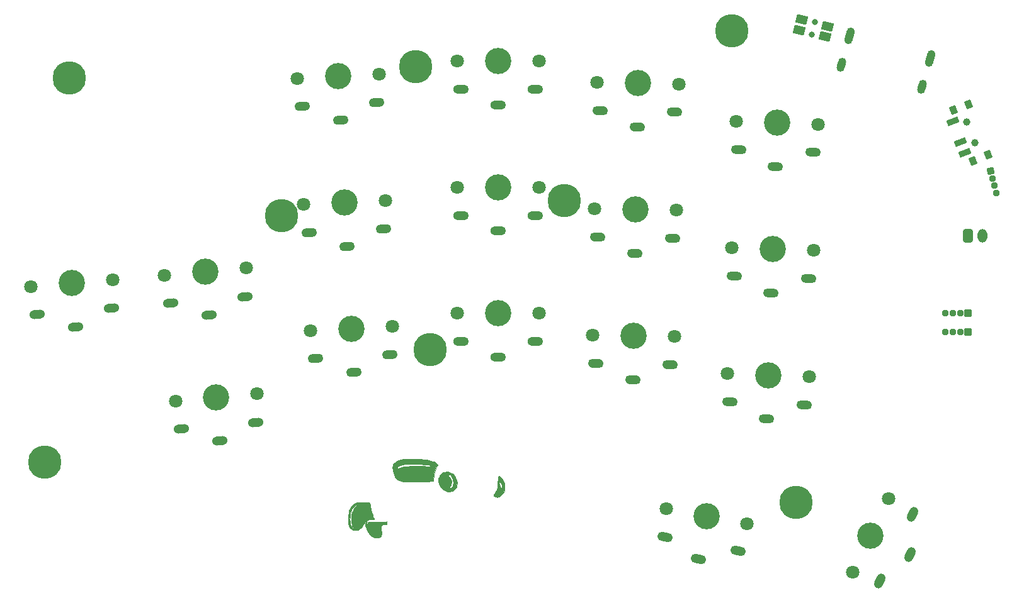
<source format=gbs>
%TF.GenerationSoftware,KiCad,Pcbnew,6.0.2-378541a8eb~116~ubuntu20.04.1*%
%TF.CreationDate,2022-03-20T18:22:37+01:00*%
%TF.ProjectId,Wubbo,57756262-6f2e-46b6-9963-61645f706362,v0.1*%
%TF.SameCoordinates,Original*%
%TF.FileFunction,Soldermask,Bot*%
%TF.FilePolarity,Negative*%
%FSLAX46Y46*%
G04 Gerber Fmt 4.6, Leading zero omitted, Abs format (unit mm)*
G04 Created by KiCad (PCBNEW 6.0.2-378541a8eb~116~ubuntu20.04.1) date 2022-03-20 18:22:37*
%MOMM*%
%LPD*%
G01*
G04 APERTURE LIST*
G04 Aperture macros list*
%AMRoundRect*
0 Rectangle with rounded corners*
0 $1 Rounding radius*
0 $2 $3 $4 $5 $6 $7 $8 $9 X,Y pos of 4 corners*
0 Add a 4 corners polygon primitive as box body*
4,1,4,$2,$3,$4,$5,$6,$7,$8,$9,$2,$3,0*
0 Add four circle primitives for the rounded corners*
1,1,$1+$1,$2,$3*
1,1,$1+$1,$4,$5*
1,1,$1+$1,$6,$7*
1,1,$1+$1,$8,$9*
0 Add four rect primitives between the rounded corners*
20,1,$1+$1,$2,$3,$4,$5,0*
20,1,$1+$1,$4,$5,$6,$7,0*
20,1,$1+$1,$6,$7,$8,$9,0*
20,1,$1+$1,$8,$9,$2,$3,0*%
%AMHorizOval*
0 Thick line with rounded ends*
0 $1 width*
0 $2 $3 position (X,Y) of the first rounded end (center of the circle)*
0 $4 $5 position (X,Y) of the second rounded end (center of the circle)*
0 Add line between two ends*
20,1,$1,$2,$3,$4,$5,0*
0 Add two circle primitives to create the rounded ends*
1,1,$1,$2,$3*
1,1,$1,$4,$5*%
G04 Aperture macros list end*
%ADD10C,0.010000*%
%ADD11C,1.801800*%
%ADD12C,3.529000*%
%ADD13HorizOval,1.200000X-0.449383X-0.023551X0.449383X0.023551X0*%
%ADD14O,2.100000X1.200000*%
%ADD15RoundRect,0.050000X-0.425000X0.425000X-0.425000X-0.425000X0.425000X-0.425000X0.425000X0.425000X0*%
%ADD16O,0.950000X0.950000*%
%ADD17HorizOval,1.200000X-0.197267X-0.404457X0.197267X0.404457X0*%
%ADD18C,0.800000*%
%ADD19HorizOval,1.200000X-0.449931X0.007854X0.449931X-0.007854X0*%
%ADD20C,4.500000*%
%ADD21HorizOval,1.200000X-0.448288X-0.039220X0.448288X0.039220X0*%
%ADD22C,1.000000*%
%ADD23HorizOval,1.200000X-0.449726X0.015705X0.449726X-0.015705X0*%
%ADD24HorizOval,1.100000X-0.160343X-0.578178X0.160343X0.578178X0*%
%ADD25HorizOval,1.100000X-0.106895X-0.385452X0.106895X0.385452X0*%
%ADD26RoundRect,0.050000X-0.300520X-0.520517X0.520517X-0.300520X0.300520X0.520517X-0.520517X0.300520X0*%
%ADD27HorizOval,0.950000X0.000000X0.000000X0.000000X0.000000X0*%
%ADD28HorizOval,1.200000X-0.441732X0.085864X0.441732X-0.085864X0*%
%ADD29RoundRect,0.050000X-0.806216X-0.340060X0.552198X-0.678751X0.806216X0.340060X-0.552198X0.678751X0*%
%ADD30RoundRect,0.300000X-0.350000X-0.625000X0.350000X-0.625000X0.350000X0.625000X-0.350000X0.625000X0*%
%ADD31O,1.300000X1.850000*%
%ADD32RoundRect,0.050000X-0.552616X0.323443X-0.194248X-0.610137X0.552616X-0.323443X0.194248X0.610137X0*%
%ADD33RoundRect,0.050000X-0.825614X0.057977X-0.574757X-0.595529X0.825614X-0.057977X0.574757X0.595529X0*%
G04 APERTURE END LIST*
D10*
%TO.C,Ref\u002A\u002A*%
X49222645Y-8484570D02*
X49256509Y-8492613D01*
X49256509Y-8492613D02*
X49435609Y-8559346D01*
X49435609Y-8559346D02*
X49612720Y-8663898D01*
X49612720Y-8663898D02*
X49781795Y-8801950D01*
X49781795Y-8801950D02*
X49936790Y-8969181D01*
X49936790Y-8969181D02*
X49954268Y-8991149D01*
X49954268Y-8991149D02*
X50090619Y-9192616D01*
X50090619Y-9192616D02*
X50193486Y-9402611D01*
X50193486Y-9402611D02*
X50263364Y-9617135D01*
X50263364Y-9617135D02*
X50300746Y-9832189D01*
X50300746Y-9832189D02*
X50306128Y-10043774D01*
X50306128Y-10043774D02*
X50280004Y-10247893D01*
X50280004Y-10247893D02*
X50222870Y-10440545D01*
X50222870Y-10440545D02*
X50135219Y-10617733D01*
X50135219Y-10617733D02*
X50017546Y-10775457D01*
X50017546Y-10775457D02*
X49870345Y-10909719D01*
X49870345Y-10909719D02*
X49704358Y-11011523D01*
X49704358Y-11011523D02*
X49632311Y-11045680D01*
X49632311Y-11045680D02*
X49573057Y-11068166D01*
X49573057Y-11068166D02*
X49513368Y-11081848D01*
X49513368Y-11081848D02*
X49440018Y-11089593D01*
X49440018Y-11089593D02*
X49339779Y-11094268D01*
X49339779Y-11094268D02*
X49319416Y-11094953D01*
X49319416Y-11094953D02*
X49217709Y-11097239D01*
X49217709Y-11097239D02*
X49125637Y-11097422D01*
X49125637Y-11097422D02*
X49055184Y-11095579D01*
X49055184Y-11095579D02*
X49024416Y-11093020D01*
X49024416Y-11093020D02*
X48889787Y-11068663D01*
X48889787Y-11068663D02*
X48781506Y-11037860D01*
X48781506Y-11037860D02*
X48683599Y-10995072D01*
X48683599Y-10995072D02*
X48594992Y-10944141D01*
X48594992Y-10944141D02*
X48386976Y-10793748D01*
X48386976Y-10793748D02*
X48207969Y-10621978D01*
X48207969Y-10621978D02*
X48059361Y-10432732D01*
X48059361Y-10432732D02*
X47942540Y-10229912D01*
X47942540Y-10229912D02*
X47858897Y-10017420D01*
X47858897Y-10017420D02*
X47809820Y-9799159D01*
X47809820Y-9799159D02*
X47796699Y-9579030D01*
X47796699Y-9579030D02*
X47820922Y-9360935D01*
X47820922Y-9360935D02*
X47883879Y-9148777D01*
X47883879Y-9148777D02*
X47923868Y-9059002D01*
X47923868Y-9059002D02*
X47984128Y-8957117D01*
X47984128Y-8957117D02*
X49142376Y-8957117D01*
X49142376Y-8957117D02*
X49163747Y-9014708D01*
X49163747Y-9014708D02*
X49216505Y-9089328D01*
X49216505Y-9089328D02*
X49276902Y-9158596D01*
X49276902Y-9158596D02*
X49398119Y-9319133D01*
X49398119Y-9319133D02*
X49483153Y-9493892D01*
X49483153Y-9493892D02*
X49531520Y-9677472D01*
X49531520Y-9677472D02*
X49542732Y-9864467D01*
X49542732Y-9864467D02*
X49516305Y-10049477D01*
X49516305Y-10049477D02*
X49451752Y-10227098D01*
X49451752Y-10227098D02*
X49383524Y-10344281D01*
X49383524Y-10344281D02*
X49321109Y-10448010D01*
X49321109Y-10448010D02*
X49292381Y-10528853D01*
X49292381Y-10528853D02*
X49296819Y-10588856D01*
X49296819Y-10588856D02*
X49314400Y-10614933D01*
X49314400Y-10614933D02*
X49366479Y-10638607D01*
X49366479Y-10638607D02*
X49437188Y-10625133D01*
X49437188Y-10625133D02*
X49492070Y-10596771D01*
X49492070Y-10596771D02*
X49605114Y-10502802D01*
X49605114Y-10502802D02*
X49695341Y-10377747D01*
X49695341Y-10377747D02*
X49760605Y-10227465D01*
X49760605Y-10227465D02*
X49798755Y-10057815D01*
X49798755Y-10057815D02*
X49807644Y-9874657D01*
X49807644Y-9874657D02*
X49798204Y-9761953D01*
X49798204Y-9761953D02*
X49765341Y-9577607D01*
X49765341Y-9577607D02*
X49718822Y-9406184D01*
X49718822Y-9406184D02*
X49661035Y-9251160D01*
X49661035Y-9251160D02*
X49594369Y-9116011D01*
X49594369Y-9116011D02*
X49521215Y-9004211D01*
X49521215Y-9004211D02*
X49443961Y-8919238D01*
X49443961Y-8919238D02*
X49364998Y-8864567D01*
X49364998Y-8864567D02*
X49286713Y-8843673D01*
X49286713Y-8843673D02*
X49211498Y-8860033D01*
X49211498Y-8860033D02*
X49187876Y-8874116D01*
X49187876Y-8874116D02*
X49150912Y-8911829D01*
X49150912Y-8911829D02*
X49142376Y-8957117D01*
X49142376Y-8957117D02*
X47984128Y-8957117D01*
X47984128Y-8957117D02*
X48004301Y-8923010D01*
X48004301Y-8923010D02*
X48104326Y-8795072D01*
X48104326Y-8795072D02*
X48214333Y-8685930D01*
X48214333Y-8685930D02*
X48324709Y-8606323D01*
X48324709Y-8606323D02*
X48333240Y-8601567D01*
X48333240Y-8601567D02*
X48488168Y-8535738D01*
X48488168Y-8535738D02*
X48667980Y-8489541D01*
X48667980Y-8489541D02*
X48859269Y-8464560D01*
X48859269Y-8464560D02*
X49048627Y-8462375D01*
X49048627Y-8462375D02*
X49222645Y-8484570D01*
X49222645Y-8484570D02*
X49222645Y-8484570D01*
G36*
X48104326Y-8795072D02*
G01*
X48214333Y-8685930D01*
X48324709Y-8606323D01*
X48333240Y-8601567D01*
X48488168Y-8535738D01*
X48667980Y-8489541D01*
X48859269Y-8464560D01*
X49048627Y-8462375D01*
X49222645Y-8484570D01*
X49256509Y-8492613D01*
X49435609Y-8559346D01*
X49612720Y-8663898D01*
X49781795Y-8801950D01*
X49936790Y-8969181D01*
X49954268Y-8991149D01*
X50090619Y-9192616D01*
X50193486Y-9402611D01*
X50263364Y-9617135D01*
X50300746Y-9832189D01*
X50306128Y-10043774D01*
X50280004Y-10247893D01*
X50222870Y-10440545D01*
X50135219Y-10617733D01*
X50017546Y-10775457D01*
X49870345Y-10909719D01*
X49704358Y-11011523D01*
X49632311Y-11045680D01*
X49573057Y-11068166D01*
X49513368Y-11081848D01*
X49440018Y-11089593D01*
X49339779Y-11094268D01*
X49319416Y-11094953D01*
X49217709Y-11097239D01*
X49125637Y-11097422D01*
X49055184Y-11095579D01*
X49024416Y-11093020D01*
X48889787Y-11068663D01*
X48781506Y-11037860D01*
X48683599Y-10995072D01*
X48594992Y-10944141D01*
X48386976Y-10793748D01*
X48207969Y-10621978D01*
X48059361Y-10432732D01*
X47942540Y-10229912D01*
X47858897Y-10017420D01*
X47809820Y-9799159D01*
X47796699Y-9579030D01*
X47820922Y-9360935D01*
X47883879Y-9148777D01*
X47923868Y-9059002D01*
X47984128Y-8957117D01*
X49142376Y-8957117D01*
X49163747Y-9014708D01*
X49216505Y-9089328D01*
X49276902Y-9158596D01*
X49398119Y-9319133D01*
X49483153Y-9493892D01*
X49531520Y-9677472D01*
X49542732Y-9864467D01*
X49516305Y-10049477D01*
X49451752Y-10227098D01*
X49383524Y-10344281D01*
X49321109Y-10448010D01*
X49292381Y-10528853D01*
X49296819Y-10588856D01*
X49314400Y-10614933D01*
X49366479Y-10638607D01*
X49437188Y-10625133D01*
X49492070Y-10596771D01*
X49605114Y-10502802D01*
X49695341Y-10377747D01*
X49760605Y-10227465D01*
X49798755Y-10057815D01*
X49807644Y-9874657D01*
X49798204Y-9761953D01*
X49765341Y-9577607D01*
X49718822Y-9406184D01*
X49661035Y-9251160D01*
X49594369Y-9116011D01*
X49521215Y-9004211D01*
X49443961Y-8919238D01*
X49364998Y-8864567D01*
X49286713Y-8843673D01*
X49211498Y-8860033D01*
X49187876Y-8874116D01*
X49150912Y-8911829D01*
X49142376Y-8957117D01*
X47984128Y-8957117D01*
X48004301Y-8923010D01*
X48104326Y-8795072D01*
G37*
X48104326Y-8795072D02*
X48214333Y-8685930D01*
X48324709Y-8606323D01*
X48333240Y-8601567D01*
X48488168Y-8535738D01*
X48667980Y-8489541D01*
X48859269Y-8464560D01*
X49048627Y-8462375D01*
X49222645Y-8484570D01*
X49256509Y-8492613D01*
X49435609Y-8559346D01*
X49612720Y-8663898D01*
X49781795Y-8801950D01*
X49936790Y-8969181D01*
X49954268Y-8991149D01*
X50090619Y-9192616D01*
X50193486Y-9402611D01*
X50263364Y-9617135D01*
X50300746Y-9832189D01*
X50306128Y-10043774D01*
X50280004Y-10247893D01*
X50222870Y-10440545D01*
X50135219Y-10617733D01*
X50017546Y-10775457D01*
X49870345Y-10909719D01*
X49704358Y-11011523D01*
X49632311Y-11045680D01*
X49573057Y-11068166D01*
X49513368Y-11081848D01*
X49440018Y-11089593D01*
X49339779Y-11094268D01*
X49319416Y-11094953D01*
X49217709Y-11097239D01*
X49125637Y-11097422D01*
X49055184Y-11095579D01*
X49024416Y-11093020D01*
X48889787Y-11068663D01*
X48781506Y-11037860D01*
X48683599Y-10995072D01*
X48594992Y-10944141D01*
X48386976Y-10793748D01*
X48207969Y-10621978D01*
X48059361Y-10432732D01*
X47942540Y-10229912D01*
X47858897Y-10017420D01*
X47809820Y-9799159D01*
X47796699Y-9579030D01*
X47820922Y-9360935D01*
X47883879Y-9148777D01*
X47923868Y-9059002D01*
X47984128Y-8957117D01*
X49142376Y-8957117D01*
X49163747Y-9014708D01*
X49216505Y-9089328D01*
X49276902Y-9158596D01*
X49398119Y-9319133D01*
X49483153Y-9493892D01*
X49531520Y-9677472D01*
X49542732Y-9864467D01*
X49516305Y-10049477D01*
X49451752Y-10227098D01*
X49383524Y-10344281D01*
X49321109Y-10448010D01*
X49292381Y-10528853D01*
X49296819Y-10588856D01*
X49314400Y-10614933D01*
X49366479Y-10638607D01*
X49437188Y-10625133D01*
X49492070Y-10596771D01*
X49605114Y-10502802D01*
X49695341Y-10377747D01*
X49760605Y-10227465D01*
X49798755Y-10057815D01*
X49807644Y-9874657D01*
X49798204Y-9761953D01*
X49765341Y-9577607D01*
X49718822Y-9406184D01*
X49661035Y-9251160D01*
X49594369Y-9116011D01*
X49521215Y-9004211D01*
X49443961Y-8919238D01*
X49364998Y-8864567D01*
X49286713Y-8843673D01*
X49211498Y-8860033D01*
X49187876Y-8874116D01*
X49150912Y-8911829D01*
X49142376Y-8957117D01*
X47984128Y-8957117D01*
X48004301Y-8923010D01*
X48104326Y-8795072D01*
X38338030Y-12580977D02*
X38397882Y-12582426D01*
X38397882Y-12582426D02*
X38440368Y-12585114D01*
X38440368Y-12585114D02*
X38469053Y-12589160D01*
X38469053Y-12589160D02*
X38487505Y-12594682D01*
X38487505Y-12594682D02*
X38499289Y-12601799D01*
X38499289Y-12601799D02*
X38507972Y-12610631D01*
X38507972Y-12610631D02*
X38517120Y-12621295D01*
X38517120Y-12621295D02*
X38524315Y-12628621D01*
X38524315Y-12628621D02*
X38561436Y-12673290D01*
X38561436Y-12673290D02*
X38589009Y-12732422D01*
X38589009Y-12732422D02*
X38609446Y-12814119D01*
X38609446Y-12814119D02*
X38625162Y-12926483D01*
X38625162Y-12926483D02*
X38631170Y-12987363D01*
X38631170Y-12987363D02*
X38654725Y-13170734D01*
X38654725Y-13170734D02*
X38693584Y-13382232D01*
X38693584Y-13382232D02*
X38744997Y-13611694D01*
X38744997Y-13611694D02*
X38806214Y-13848955D01*
X38806214Y-13848955D02*
X38874485Y-14083853D01*
X38874485Y-14083853D02*
X38947060Y-14306223D01*
X38947060Y-14306223D02*
X39021190Y-14505902D01*
X39021190Y-14505902D02*
X39077932Y-14638522D01*
X39077932Y-14638522D02*
X39111733Y-14715091D01*
X39111733Y-14715091D02*
X39137070Y-14778899D01*
X39137070Y-14778899D02*
X39149563Y-14818711D01*
X39149563Y-14818711D02*
X39150166Y-14823730D01*
X39150166Y-14823730D02*
X39140277Y-14837805D01*
X39140277Y-14837805D02*
X39106440Y-14846689D01*
X39106440Y-14846689D02*
X39042400Y-14851284D01*
X39042400Y-14851284D02*
X38950614Y-14852500D01*
X38950614Y-14852500D02*
X38717857Y-14861176D01*
X38717857Y-14861176D02*
X38518280Y-14888456D01*
X38518280Y-14888456D02*
X38346173Y-14936217D01*
X38346173Y-14936217D02*
X38195829Y-15006334D01*
X38195829Y-15006334D02*
X38061537Y-15100684D01*
X38061537Y-15100684D02*
X37986676Y-15169323D01*
X37986676Y-15169323D02*
X37935392Y-15226896D01*
X37935392Y-15226896D02*
X37867812Y-15311936D01*
X37867812Y-15311936D02*
X37790184Y-15416083D01*
X37790184Y-15416083D02*
X37708760Y-15530975D01*
X37708760Y-15530975D02*
X37637895Y-15635901D01*
X37637895Y-15635901D02*
X37519942Y-15810553D01*
X37519942Y-15810553D02*
X37416928Y-15951561D01*
X37416928Y-15951561D02*
X37324329Y-16062877D01*
X37324329Y-16062877D02*
X37237620Y-16148450D01*
X37237620Y-16148450D02*
X37152276Y-16212231D01*
X37152276Y-16212231D02*
X37063772Y-16258170D01*
X37063772Y-16258170D02*
X36967586Y-16290218D01*
X36967586Y-16290218D02*
X36864039Y-16311546D01*
X36864039Y-16311546D02*
X36663658Y-16330905D01*
X36663658Y-16330905D02*
X36478658Y-16319802D01*
X36478658Y-16319802D02*
X36398500Y-16305223D01*
X36398500Y-16305223D02*
X36224482Y-16246817D01*
X36224482Y-16246817D02*
X36072436Y-16152734D01*
X36072436Y-16152734D02*
X35942686Y-16023677D01*
X35942686Y-16023677D02*
X35835558Y-15860350D01*
X35835558Y-15860350D02*
X35751376Y-15663457D01*
X35751376Y-15663457D02*
X35690467Y-15433702D01*
X35690467Y-15433702D02*
X35653155Y-15171788D01*
X35653155Y-15171788D02*
X35639952Y-14882500D01*
X35639952Y-14882500D02*
X35890037Y-14882500D01*
X35890037Y-14882500D02*
X35903502Y-15148526D01*
X35903502Y-15148526D02*
X35934851Y-15394711D01*
X35934851Y-15394711D02*
X35965341Y-15540416D01*
X35965341Y-15540416D02*
X36013935Y-15694245D01*
X36013935Y-15694245D02*
X36076142Y-15826866D01*
X36076142Y-15826866D02*
X36147903Y-15930919D01*
X36147903Y-15930919D02*
X36214540Y-15992203D01*
X36214540Y-15992203D02*
X36303507Y-16048330D01*
X36303507Y-16048330D02*
X36362972Y-16075044D01*
X36362972Y-16075044D02*
X36393635Y-16072592D01*
X36393635Y-16072592D02*
X36398500Y-16057522D01*
X36398500Y-16057522D02*
X36387319Y-16028132D01*
X36387319Y-16028132D02*
X36358806Y-15978322D01*
X36358806Y-15978322D02*
X36337896Y-15946397D01*
X36337896Y-15946397D02*
X36227877Y-15750121D01*
X36227877Y-15750121D02*
X36145861Y-15525204D01*
X36145861Y-15525204D02*
X36092593Y-15275394D01*
X36092593Y-15275394D02*
X36068821Y-15004443D01*
X36068821Y-15004443D02*
X36075291Y-14716099D01*
X36075291Y-14716099D02*
X36080553Y-14653783D01*
X36080553Y-14653783D02*
X36130606Y-14291485D01*
X36130606Y-14291485D02*
X36209269Y-13959719D01*
X36209269Y-13959719D02*
X36316960Y-13657432D01*
X36316960Y-13657432D02*
X36454100Y-13383572D01*
X36454100Y-13383572D02*
X36621110Y-13137086D01*
X36621110Y-13137086D02*
X36743387Y-12993729D01*
X36743387Y-12993729D02*
X36798126Y-12932424D01*
X36798126Y-12932424D02*
X36837900Y-12883085D01*
X36837900Y-12883085D02*
X36856727Y-12853358D01*
X36856727Y-12853358D02*
X36856969Y-12848580D01*
X36856969Y-12848580D02*
X36827893Y-12847805D01*
X36827893Y-12847805D02*
X36774378Y-12872663D01*
X36774378Y-12872663D02*
X36702139Y-12919078D01*
X36702139Y-12919078D02*
X36616894Y-12982970D01*
X36616894Y-12982970D02*
X36524358Y-13060262D01*
X36524358Y-13060262D02*
X36430248Y-13146876D01*
X36430248Y-13146876D02*
X36407196Y-13169456D01*
X36407196Y-13169456D02*
X36293065Y-13288201D01*
X36293065Y-13288201D02*
X36205826Y-13394518D01*
X36205826Y-13394518D02*
X36138285Y-13500547D01*
X36138285Y-13500547D02*
X36083247Y-13618431D01*
X36083247Y-13618431D02*
X36033515Y-13760313D01*
X36033515Y-13760313D02*
X36009308Y-13840878D01*
X36009308Y-13840878D02*
X35954092Y-14075823D01*
X35954092Y-14075823D02*
X35915618Y-14335105D01*
X35915618Y-14335105D02*
X35894171Y-14607678D01*
X35894171Y-14607678D02*
X35890037Y-14882500D01*
X35890037Y-14882500D02*
X35639952Y-14882500D01*
X35639952Y-14882500D02*
X35639765Y-14878418D01*
X35639765Y-14878418D02*
X35643983Y-14672583D01*
X35643983Y-14672583D02*
X35672739Y-14322111D01*
X35672739Y-14322111D02*
X35726676Y-13999570D01*
X35726676Y-13999570D02*
X35805179Y-13706143D01*
X35805179Y-13706143D02*
X35907635Y-13443018D01*
X35907635Y-13443018D02*
X36033428Y-13211378D01*
X36033428Y-13211378D02*
X36181944Y-13012410D01*
X36181944Y-13012410D02*
X36352570Y-12847299D01*
X36352570Y-12847299D02*
X36544691Y-12717230D01*
X36544691Y-12717230D02*
X36693799Y-12646807D01*
X36693799Y-12646807D02*
X36730850Y-12633100D01*
X36730850Y-12633100D02*
X36768644Y-12622238D01*
X36768644Y-12622238D02*
X36812729Y-12613795D01*
X36812729Y-12613795D02*
X36868655Y-12607346D01*
X36868655Y-12607346D02*
X36941972Y-12602467D01*
X36941972Y-12602467D02*
X37038230Y-12598733D01*
X37038230Y-12598733D02*
X37162979Y-12595719D01*
X37162979Y-12595719D02*
X37321767Y-12593001D01*
X37321767Y-12593001D02*
X37414500Y-12591636D01*
X37414500Y-12591636D02*
X37653446Y-12588149D01*
X37653446Y-12588149D02*
X37853627Y-12585188D01*
X37853627Y-12585188D02*
X38018610Y-12582872D01*
X38018610Y-12582872D02*
X38151960Y-12581318D01*
X38151960Y-12581318D02*
X38257245Y-12580647D01*
X38257245Y-12580647D02*
X38338030Y-12580977D01*
X38338030Y-12580977D02*
X38338030Y-12580977D01*
G36*
X35643983Y-14672583D02*
G01*
X35672739Y-14322111D01*
X35726676Y-13999570D01*
X35805179Y-13706143D01*
X35907635Y-13443018D01*
X36033428Y-13211378D01*
X36181944Y-13012410D01*
X36352570Y-12847299D01*
X36544691Y-12717230D01*
X36693799Y-12646807D01*
X36730850Y-12633100D01*
X36768644Y-12622238D01*
X36812729Y-12613795D01*
X36868655Y-12607346D01*
X36941972Y-12602467D01*
X37038230Y-12598733D01*
X37162979Y-12595719D01*
X37321767Y-12593001D01*
X37414500Y-12591636D01*
X37653446Y-12588149D01*
X37853627Y-12585188D01*
X38018610Y-12582872D01*
X38151960Y-12581318D01*
X38257245Y-12580647D01*
X38338030Y-12580977D01*
X38397882Y-12582426D01*
X38440368Y-12585114D01*
X38469053Y-12589160D01*
X38487505Y-12594682D01*
X38499289Y-12601799D01*
X38507972Y-12610631D01*
X38517120Y-12621295D01*
X38524315Y-12628621D01*
X38561436Y-12673290D01*
X38589009Y-12732422D01*
X38609446Y-12814119D01*
X38625162Y-12926483D01*
X38631170Y-12987363D01*
X38654725Y-13170734D01*
X38693584Y-13382232D01*
X38744997Y-13611694D01*
X38806214Y-13848955D01*
X38874485Y-14083853D01*
X38947060Y-14306223D01*
X39021190Y-14505902D01*
X39077932Y-14638522D01*
X39111733Y-14715091D01*
X39137070Y-14778899D01*
X39149563Y-14818711D01*
X39150166Y-14823730D01*
X39140277Y-14837805D01*
X39106440Y-14846689D01*
X39042400Y-14851284D01*
X38950614Y-14852500D01*
X38717857Y-14861176D01*
X38518280Y-14888456D01*
X38346173Y-14936217D01*
X38195829Y-15006334D01*
X38061537Y-15100684D01*
X37986676Y-15169323D01*
X37935392Y-15226896D01*
X37867812Y-15311936D01*
X37790184Y-15416083D01*
X37708760Y-15530975D01*
X37637895Y-15635901D01*
X37519942Y-15810553D01*
X37416928Y-15951561D01*
X37324329Y-16062877D01*
X37237620Y-16148450D01*
X37152276Y-16212231D01*
X37063772Y-16258170D01*
X36967586Y-16290218D01*
X36864039Y-16311546D01*
X36663658Y-16330905D01*
X36478658Y-16319802D01*
X36398500Y-16305223D01*
X36224482Y-16246817D01*
X36072436Y-16152734D01*
X35942686Y-16023677D01*
X35835558Y-15860350D01*
X35751376Y-15663457D01*
X35690467Y-15433702D01*
X35653155Y-15171788D01*
X35639952Y-14882500D01*
X35890037Y-14882500D01*
X35903502Y-15148526D01*
X35934851Y-15394711D01*
X35965341Y-15540416D01*
X36013935Y-15694245D01*
X36076142Y-15826866D01*
X36147903Y-15930919D01*
X36214540Y-15992203D01*
X36303507Y-16048330D01*
X36362972Y-16075044D01*
X36393635Y-16072592D01*
X36398500Y-16057522D01*
X36387319Y-16028132D01*
X36358806Y-15978322D01*
X36337896Y-15946397D01*
X36227877Y-15750121D01*
X36145861Y-15525204D01*
X36092593Y-15275394D01*
X36068821Y-15004443D01*
X36075291Y-14716099D01*
X36080553Y-14653783D01*
X36130606Y-14291485D01*
X36209269Y-13959719D01*
X36316960Y-13657432D01*
X36454100Y-13383572D01*
X36621110Y-13137086D01*
X36743387Y-12993729D01*
X36798126Y-12932424D01*
X36837900Y-12883085D01*
X36856727Y-12853358D01*
X36856969Y-12848580D01*
X36827893Y-12847805D01*
X36774378Y-12872663D01*
X36702139Y-12919078D01*
X36616894Y-12982970D01*
X36524358Y-13060262D01*
X36430248Y-13146876D01*
X36407196Y-13169456D01*
X36293065Y-13288201D01*
X36205826Y-13394518D01*
X36138285Y-13500547D01*
X36083247Y-13618431D01*
X36033515Y-13760313D01*
X36009308Y-13840878D01*
X35954092Y-14075823D01*
X35915618Y-14335105D01*
X35894171Y-14607678D01*
X35890037Y-14882500D01*
X35639952Y-14882500D01*
X35639765Y-14878418D01*
X35643983Y-14672583D01*
G37*
X35643983Y-14672583D02*
X35672739Y-14322111D01*
X35726676Y-13999570D01*
X35805179Y-13706143D01*
X35907635Y-13443018D01*
X36033428Y-13211378D01*
X36181944Y-13012410D01*
X36352570Y-12847299D01*
X36544691Y-12717230D01*
X36693799Y-12646807D01*
X36730850Y-12633100D01*
X36768644Y-12622238D01*
X36812729Y-12613795D01*
X36868655Y-12607346D01*
X36941972Y-12602467D01*
X37038230Y-12598733D01*
X37162979Y-12595719D01*
X37321767Y-12593001D01*
X37414500Y-12591636D01*
X37653446Y-12588149D01*
X37853627Y-12585188D01*
X38018610Y-12582872D01*
X38151960Y-12581318D01*
X38257245Y-12580647D01*
X38338030Y-12580977D01*
X38397882Y-12582426D01*
X38440368Y-12585114D01*
X38469053Y-12589160D01*
X38487505Y-12594682D01*
X38499289Y-12601799D01*
X38507972Y-12610631D01*
X38517120Y-12621295D01*
X38524315Y-12628621D01*
X38561436Y-12673290D01*
X38589009Y-12732422D01*
X38609446Y-12814119D01*
X38625162Y-12926483D01*
X38631170Y-12987363D01*
X38654725Y-13170734D01*
X38693584Y-13382232D01*
X38744997Y-13611694D01*
X38806214Y-13848955D01*
X38874485Y-14083853D01*
X38947060Y-14306223D01*
X39021190Y-14505902D01*
X39077932Y-14638522D01*
X39111733Y-14715091D01*
X39137070Y-14778899D01*
X39149563Y-14818711D01*
X39150166Y-14823730D01*
X39140277Y-14837805D01*
X39106440Y-14846689D01*
X39042400Y-14851284D01*
X38950614Y-14852500D01*
X38717857Y-14861176D01*
X38518280Y-14888456D01*
X38346173Y-14936217D01*
X38195829Y-15006334D01*
X38061537Y-15100684D01*
X37986676Y-15169323D01*
X37935392Y-15226896D01*
X37867812Y-15311936D01*
X37790184Y-15416083D01*
X37708760Y-15530975D01*
X37637895Y-15635901D01*
X37519942Y-15810553D01*
X37416928Y-15951561D01*
X37324329Y-16062877D01*
X37237620Y-16148450D01*
X37152276Y-16212231D01*
X37063772Y-16258170D01*
X36967586Y-16290218D01*
X36864039Y-16311546D01*
X36663658Y-16330905D01*
X36478658Y-16319802D01*
X36398500Y-16305223D01*
X36224482Y-16246817D01*
X36072436Y-16152734D01*
X35942686Y-16023677D01*
X35835558Y-15860350D01*
X35751376Y-15663457D01*
X35690467Y-15433702D01*
X35653155Y-15171788D01*
X35639952Y-14882500D01*
X35890037Y-14882500D01*
X35903502Y-15148526D01*
X35934851Y-15394711D01*
X35965341Y-15540416D01*
X36013935Y-15694245D01*
X36076142Y-15826866D01*
X36147903Y-15930919D01*
X36214540Y-15992203D01*
X36303507Y-16048330D01*
X36362972Y-16075044D01*
X36393635Y-16072592D01*
X36398500Y-16057522D01*
X36387319Y-16028132D01*
X36358806Y-15978322D01*
X36337896Y-15946397D01*
X36227877Y-15750121D01*
X36145861Y-15525204D01*
X36092593Y-15275394D01*
X36068821Y-15004443D01*
X36075291Y-14716099D01*
X36080553Y-14653783D01*
X36130606Y-14291485D01*
X36209269Y-13959719D01*
X36316960Y-13657432D01*
X36454100Y-13383572D01*
X36621110Y-13137086D01*
X36743387Y-12993729D01*
X36798126Y-12932424D01*
X36837900Y-12883085D01*
X36856727Y-12853358D01*
X36856969Y-12848580D01*
X36827893Y-12847805D01*
X36774378Y-12872663D01*
X36702139Y-12919078D01*
X36616894Y-12982970D01*
X36524358Y-13060262D01*
X36430248Y-13146876D01*
X36407196Y-13169456D01*
X36293065Y-13288201D01*
X36205826Y-13394518D01*
X36138285Y-13500547D01*
X36083247Y-13618431D01*
X36033515Y-13760313D01*
X36009308Y-13840878D01*
X35954092Y-14075823D01*
X35915618Y-14335105D01*
X35894171Y-14607678D01*
X35890037Y-14882500D01*
X35639952Y-14882500D01*
X35639765Y-14878418D01*
X35643983Y-14672583D01*
X44258123Y-6708478D02*
X44553942Y-6715143D01*
X44553942Y-6715143D02*
X44858630Y-6726760D01*
X44858630Y-6726760D02*
X45164017Y-6742942D01*
X45164017Y-6742942D02*
X45461932Y-6763300D01*
X45461932Y-6763300D02*
X45744205Y-6787447D01*
X45744205Y-6787447D02*
X46002665Y-6814994D01*
X46002665Y-6814994D02*
X46229142Y-6845554D01*
X46229142Y-6845554D02*
X46281298Y-6853866D01*
X46281298Y-6853866D02*
X46534303Y-6902967D01*
X46534303Y-6902967D02*
X46772127Y-6963370D01*
X46772127Y-6963370D02*
X46990844Y-7033347D01*
X46990844Y-7033347D02*
X47186528Y-7111173D01*
X47186528Y-7111173D02*
X47355255Y-7195120D01*
X47355255Y-7195120D02*
X47493097Y-7283464D01*
X47493097Y-7283464D02*
X47596130Y-7374477D01*
X47596130Y-7374477D02*
X47656580Y-7458650D01*
X47656580Y-7458650D02*
X47671570Y-7492699D01*
X47671570Y-7492699D02*
X47676318Y-7525030D01*
X47676318Y-7525030D02*
X47668286Y-7563415D01*
X47668286Y-7563415D02*
X47644935Y-7615626D01*
X47644935Y-7615626D02*
X47603726Y-7689434D01*
X47603726Y-7689434D02*
X47553869Y-7773118D01*
X47553869Y-7773118D02*
X47447704Y-7977474D01*
X47447704Y-7977474D02*
X47353245Y-8215775D01*
X47353245Y-8215775D02*
X47272441Y-8480773D01*
X47272441Y-8480773D02*
X47207244Y-8765219D01*
X47207244Y-8765219D02*
X47159603Y-9061864D01*
X47159603Y-9061864D02*
X47133138Y-9336539D01*
X47133138Y-9336539D02*
X47126466Y-9451007D01*
X47126466Y-9451007D02*
X47119906Y-9540394D01*
X47119906Y-9540394D02*
X47108648Y-9607922D01*
X47108648Y-9607922D02*
X47087881Y-9656813D01*
X47087881Y-9656813D02*
X47052796Y-9690290D01*
X47052796Y-9690290D02*
X46998582Y-9711577D01*
X46998582Y-9711577D02*
X46920429Y-9723895D01*
X46920429Y-9723895D02*
X46813526Y-9730468D01*
X46813526Y-9730468D02*
X46673063Y-9734518D01*
X46673063Y-9734518D02*
X46533768Y-9738095D01*
X46533768Y-9738095D02*
X46367378Y-9743347D01*
X46367378Y-9743347D02*
X46194100Y-9749707D01*
X46194100Y-9749707D02*
X46025275Y-9756695D01*
X46025275Y-9756695D02*
X45872243Y-9763832D01*
X45872243Y-9763832D02*
X45746347Y-9770641D01*
X45746347Y-9770641D02*
X45711833Y-9772790D01*
X45711833Y-9772790D02*
X45605051Y-9778431D01*
X45605051Y-9778431D02*
X45467549Y-9783634D01*
X45467549Y-9783634D02*
X45304657Y-9788356D01*
X45304657Y-9788356D02*
X45121703Y-9792553D01*
X45121703Y-9792553D02*
X44924016Y-9796179D01*
X44924016Y-9796179D02*
X44716924Y-9799191D01*
X44716924Y-9799191D02*
X44505756Y-9801544D01*
X44505756Y-9801544D02*
X44295839Y-9803193D01*
X44295839Y-9803193D02*
X44092504Y-9804095D01*
X44092504Y-9804095D02*
X43901078Y-9804204D01*
X43901078Y-9804204D02*
X43726891Y-9803476D01*
X43726891Y-9803476D02*
X43575270Y-9801867D01*
X43575270Y-9801867D02*
X43451544Y-9799332D01*
X43451544Y-9799332D02*
X43361041Y-9795827D01*
X43361041Y-9795827D02*
X43320000Y-9792739D01*
X43320000Y-9792739D02*
X43024472Y-9751365D01*
X43024472Y-9751365D02*
X42766195Y-9694079D01*
X42766195Y-9694079D02*
X42542244Y-9618311D01*
X42542244Y-9618311D02*
X42349694Y-9521489D01*
X42349694Y-9521489D02*
X42185620Y-9401043D01*
X42185620Y-9401043D02*
X42047095Y-9254403D01*
X42047095Y-9254403D02*
X41931196Y-9078998D01*
X41931196Y-9078998D02*
X41834998Y-8872258D01*
X41834998Y-8872258D02*
X41755574Y-8631612D01*
X41755574Y-8631612D02*
X41691436Y-8361591D01*
X41691436Y-8361591D02*
X41653015Y-8112094D01*
X41653015Y-8112094D02*
X41644698Y-7893991D01*
X41644698Y-7893991D02*
X42287390Y-7893991D01*
X42287390Y-7893991D02*
X42305081Y-7929897D01*
X42305081Y-7929897D02*
X42312924Y-7942022D01*
X42312924Y-7942022D02*
X42346968Y-7981565D01*
X42346968Y-7981565D02*
X42388057Y-7991631D01*
X42388057Y-7991631D02*
X42420211Y-7988050D01*
X42420211Y-7988050D02*
X42478842Y-7972442D01*
X42478842Y-7972442D02*
X42554480Y-7944523D01*
X42554480Y-7944523D02*
X42603562Y-7922978D01*
X42603562Y-7922978D02*
X42707587Y-7880558D01*
X42707587Y-7880558D02*
X42831799Y-7842956D01*
X42831799Y-7842956D02*
X42980297Y-7809412D01*
X42980297Y-7809412D02*
X43157181Y-7779166D01*
X43157181Y-7779166D02*
X43366552Y-7751457D01*
X43366552Y-7751457D02*
X43612509Y-7725525D01*
X43612509Y-7725525D02*
X43722166Y-7715469D01*
X43722166Y-7715469D02*
X43840877Y-7707437D01*
X43840877Y-7707437D02*
X43995437Y-7700778D01*
X43995437Y-7700778D02*
X44179384Y-7695491D01*
X44179384Y-7695491D02*
X44386257Y-7691572D01*
X44386257Y-7691572D02*
X44609595Y-7689020D01*
X44609595Y-7689020D02*
X44842935Y-7687830D01*
X44842935Y-7687830D02*
X45079815Y-7688002D01*
X45079815Y-7688002D02*
X45313775Y-7689532D01*
X45313775Y-7689532D02*
X45538353Y-7692418D01*
X45538353Y-7692418D02*
X45747085Y-7696656D01*
X45747085Y-7696656D02*
X45933512Y-7702246D01*
X45933512Y-7702246D02*
X46091172Y-7709183D01*
X46091172Y-7709183D02*
X46201622Y-7716454D01*
X46201622Y-7716454D02*
X46364483Y-7727963D01*
X46364483Y-7727963D02*
X46490188Y-7732124D01*
X46490188Y-7732124D02*
X46583369Y-7728382D01*
X46583369Y-7728382D02*
X46648654Y-7716183D01*
X46648654Y-7716183D02*
X46690672Y-7694974D01*
X46690672Y-7694974D02*
X46714054Y-7664200D01*
X46714054Y-7664200D02*
X46717604Y-7654714D01*
X46717604Y-7654714D02*
X46722836Y-7610955D01*
X46722836Y-7610955D02*
X46700728Y-7580563D01*
X46700728Y-7580563D02*
X46644821Y-7556580D01*
X46644821Y-7556580D02*
X46619857Y-7549423D01*
X46619857Y-7549423D02*
X46509374Y-7526034D01*
X46509374Y-7526034D02*
X46361470Y-7504491D01*
X46361470Y-7504491D02*
X46181022Y-7484911D01*
X46181022Y-7484911D02*
X45972906Y-7467409D01*
X45972906Y-7467409D02*
X45742000Y-7452100D01*
X45742000Y-7452100D02*
X45493179Y-7439100D01*
X45493179Y-7439100D02*
X45231320Y-7428524D01*
X45231320Y-7428524D02*
X44961301Y-7420488D01*
X44961301Y-7420488D02*
X44687998Y-7415107D01*
X44687998Y-7415107D02*
X44416288Y-7412496D01*
X44416288Y-7412496D02*
X44151047Y-7412772D01*
X44151047Y-7412772D02*
X43897152Y-7416049D01*
X43897152Y-7416049D02*
X43659481Y-7422444D01*
X43659481Y-7422444D02*
X43442909Y-7432071D01*
X43442909Y-7432071D02*
X43252314Y-7445046D01*
X43252314Y-7445046D02*
X43092572Y-7461485D01*
X43092572Y-7461485D02*
X43064529Y-7465230D01*
X43064529Y-7465230D02*
X42900535Y-7496620D01*
X42900535Y-7496620D02*
X42742966Y-7542508D01*
X42742966Y-7542508D02*
X42598872Y-7599635D01*
X42598872Y-7599635D02*
X42475305Y-7664740D01*
X42475305Y-7664740D02*
X42379315Y-7734566D01*
X42379315Y-7734566D02*
X42317954Y-7805853D01*
X42317954Y-7805853D02*
X42314544Y-7811906D01*
X42314544Y-7811906D02*
X42290462Y-7861298D01*
X42290462Y-7861298D02*
X42287390Y-7893991D01*
X42287390Y-7893991D02*
X41644698Y-7893991D01*
X41644698Y-7893991D02*
X41644390Y-7885931D01*
X41644390Y-7885931D02*
X41666453Y-7682298D01*
X41666453Y-7682298D02*
X41720092Y-7500388D01*
X41720092Y-7500388D02*
X41806200Y-7339398D01*
X41806200Y-7339398D02*
X41925667Y-7198522D01*
X41925667Y-7198522D02*
X42079384Y-7076956D01*
X42079384Y-7076956D02*
X42268242Y-6973893D01*
X42268242Y-6973893D02*
X42493130Y-6888530D01*
X42493130Y-6888530D02*
X42754941Y-6820061D01*
X42754941Y-6820061D02*
X43054565Y-6767682D01*
X43054565Y-6767682D02*
X43392892Y-6730586D01*
X43392892Y-6730586D02*
X43505587Y-6722077D01*
X43505587Y-6722077D02*
X43725775Y-6711557D01*
X43725775Y-6711557D02*
X43979344Y-6707153D01*
X43979344Y-6707153D02*
X44258123Y-6708478D01*
X44258123Y-6708478D02*
X44258123Y-6708478D01*
G36*
X41666453Y-7682298D02*
G01*
X41720092Y-7500388D01*
X41806200Y-7339398D01*
X41925667Y-7198522D01*
X42079384Y-7076956D01*
X42268242Y-6973893D01*
X42493130Y-6888530D01*
X42754941Y-6820061D01*
X43054565Y-6767682D01*
X43392892Y-6730586D01*
X43505587Y-6722077D01*
X43725775Y-6711557D01*
X43979344Y-6707153D01*
X44258123Y-6708478D01*
X44553942Y-6715143D01*
X44858630Y-6726760D01*
X45164017Y-6742942D01*
X45461932Y-6763300D01*
X45744205Y-6787447D01*
X46002665Y-6814994D01*
X46229142Y-6845554D01*
X46281298Y-6853866D01*
X46534303Y-6902967D01*
X46772127Y-6963370D01*
X46990844Y-7033347D01*
X47186528Y-7111173D01*
X47355255Y-7195120D01*
X47493097Y-7283464D01*
X47596130Y-7374477D01*
X47656580Y-7458650D01*
X47671570Y-7492699D01*
X47676318Y-7525030D01*
X47668286Y-7563415D01*
X47644935Y-7615626D01*
X47603726Y-7689434D01*
X47553869Y-7773118D01*
X47447704Y-7977474D01*
X47353245Y-8215775D01*
X47272441Y-8480773D01*
X47207244Y-8765219D01*
X47159603Y-9061864D01*
X47133138Y-9336539D01*
X47126466Y-9451007D01*
X47119906Y-9540394D01*
X47108648Y-9607922D01*
X47087881Y-9656813D01*
X47052796Y-9690290D01*
X46998582Y-9711577D01*
X46920429Y-9723895D01*
X46813526Y-9730468D01*
X46673063Y-9734518D01*
X46533768Y-9738095D01*
X46367378Y-9743347D01*
X46194100Y-9749707D01*
X46025275Y-9756695D01*
X45872243Y-9763832D01*
X45746347Y-9770641D01*
X45711833Y-9772790D01*
X45605051Y-9778431D01*
X45467549Y-9783634D01*
X45304657Y-9788356D01*
X45121703Y-9792553D01*
X44924016Y-9796179D01*
X44716924Y-9799191D01*
X44505756Y-9801544D01*
X44295839Y-9803193D01*
X44092504Y-9804095D01*
X43901078Y-9804204D01*
X43726891Y-9803476D01*
X43575270Y-9801867D01*
X43451544Y-9799332D01*
X43361041Y-9795827D01*
X43320000Y-9792739D01*
X43024472Y-9751365D01*
X42766195Y-9694079D01*
X42542244Y-9618311D01*
X42349694Y-9521489D01*
X42185620Y-9401043D01*
X42047095Y-9254403D01*
X41931196Y-9078998D01*
X41834998Y-8872258D01*
X41755574Y-8631612D01*
X41691436Y-8361591D01*
X41653015Y-8112094D01*
X41644698Y-7893991D01*
X42287390Y-7893991D01*
X42305081Y-7929897D01*
X42312924Y-7942022D01*
X42346968Y-7981565D01*
X42388057Y-7991631D01*
X42420211Y-7988050D01*
X42478842Y-7972442D01*
X42554480Y-7944523D01*
X42603562Y-7922978D01*
X42707587Y-7880558D01*
X42831799Y-7842956D01*
X42980297Y-7809412D01*
X43157181Y-7779166D01*
X43366552Y-7751457D01*
X43612509Y-7725525D01*
X43722166Y-7715469D01*
X43840877Y-7707437D01*
X43995437Y-7700778D01*
X44179384Y-7695491D01*
X44386257Y-7691572D01*
X44609595Y-7689020D01*
X44842935Y-7687830D01*
X45079815Y-7688002D01*
X45313775Y-7689532D01*
X45538353Y-7692418D01*
X45747085Y-7696656D01*
X45933512Y-7702246D01*
X46091172Y-7709183D01*
X46201622Y-7716454D01*
X46364483Y-7727963D01*
X46490188Y-7732124D01*
X46583369Y-7728382D01*
X46648654Y-7716183D01*
X46690672Y-7694974D01*
X46714054Y-7664200D01*
X46717604Y-7654714D01*
X46722836Y-7610955D01*
X46700728Y-7580563D01*
X46644821Y-7556580D01*
X46619857Y-7549423D01*
X46509374Y-7526034D01*
X46361470Y-7504491D01*
X46181022Y-7484911D01*
X45972906Y-7467409D01*
X45742000Y-7452100D01*
X45493179Y-7439100D01*
X45231320Y-7428524D01*
X44961301Y-7420488D01*
X44687998Y-7415107D01*
X44416288Y-7412496D01*
X44151047Y-7412772D01*
X43897152Y-7416049D01*
X43659481Y-7422444D01*
X43442909Y-7432071D01*
X43252314Y-7445046D01*
X43092572Y-7461485D01*
X43064529Y-7465230D01*
X42900535Y-7496620D01*
X42742966Y-7542508D01*
X42598872Y-7599635D01*
X42475305Y-7664740D01*
X42379315Y-7734566D01*
X42317954Y-7805853D01*
X42314544Y-7811906D01*
X42290462Y-7861298D01*
X42287390Y-7893991D01*
X41644698Y-7893991D01*
X41644390Y-7885931D01*
X41666453Y-7682298D01*
G37*
X41666453Y-7682298D02*
X41720092Y-7500388D01*
X41806200Y-7339398D01*
X41925667Y-7198522D01*
X42079384Y-7076956D01*
X42268242Y-6973893D01*
X42493130Y-6888530D01*
X42754941Y-6820061D01*
X43054565Y-6767682D01*
X43392892Y-6730586D01*
X43505587Y-6722077D01*
X43725775Y-6711557D01*
X43979344Y-6707153D01*
X44258123Y-6708478D01*
X44553942Y-6715143D01*
X44858630Y-6726760D01*
X45164017Y-6742942D01*
X45461932Y-6763300D01*
X45744205Y-6787447D01*
X46002665Y-6814994D01*
X46229142Y-6845554D01*
X46281298Y-6853866D01*
X46534303Y-6902967D01*
X46772127Y-6963370D01*
X46990844Y-7033347D01*
X47186528Y-7111173D01*
X47355255Y-7195120D01*
X47493097Y-7283464D01*
X47596130Y-7374477D01*
X47656580Y-7458650D01*
X47671570Y-7492699D01*
X47676318Y-7525030D01*
X47668286Y-7563415D01*
X47644935Y-7615626D01*
X47603726Y-7689434D01*
X47553869Y-7773118D01*
X47447704Y-7977474D01*
X47353245Y-8215775D01*
X47272441Y-8480773D01*
X47207244Y-8765219D01*
X47159603Y-9061864D01*
X47133138Y-9336539D01*
X47126466Y-9451007D01*
X47119906Y-9540394D01*
X47108648Y-9607922D01*
X47087881Y-9656813D01*
X47052796Y-9690290D01*
X46998582Y-9711577D01*
X46920429Y-9723895D01*
X46813526Y-9730468D01*
X46673063Y-9734518D01*
X46533768Y-9738095D01*
X46367378Y-9743347D01*
X46194100Y-9749707D01*
X46025275Y-9756695D01*
X45872243Y-9763832D01*
X45746347Y-9770641D01*
X45711833Y-9772790D01*
X45605051Y-9778431D01*
X45467549Y-9783634D01*
X45304657Y-9788356D01*
X45121703Y-9792553D01*
X44924016Y-9796179D01*
X44716924Y-9799191D01*
X44505756Y-9801544D01*
X44295839Y-9803193D01*
X44092504Y-9804095D01*
X43901078Y-9804204D01*
X43726891Y-9803476D01*
X43575270Y-9801867D01*
X43451544Y-9799332D01*
X43361041Y-9795827D01*
X43320000Y-9792739D01*
X43024472Y-9751365D01*
X42766195Y-9694079D01*
X42542244Y-9618311D01*
X42349694Y-9521489D01*
X42185620Y-9401043D01*
X42047095Y-9254403D01*
X41931196Y-9078998D01*
X41834998Y-8872258D01*
X41755574Y-8631612D01*
X41691436Y-8361591D01*
X41653015Y-8112094D01*
X41644698Y-7893991D01*
X42287390Y-7893991D01*
X42305081Y-7929897D01*
X42312924Y-7942022D01*
X42346968Y-7981565D01*
X42388057Y-7991631D01*
X42420211Y-7988050D01*
X42478842Y-7972442D01*
X42554480Y-7944523D01*
X42603562Y-7922978D01*
X42707587Y-7880558D01*
X42831799Y-7842956D01*
X42980297Y-7809412D01*
X43157181Y-7779166D01*
X43366552Y-7751457D01*
X43612509Y-7725525D01*
X43722166Y-7715469D01*
X43840877Y-7707437D01*
X43995437Y-7700778D01*
X44179384Y-7695491D01*
X44386257Y-7691572D01*
X44609595Y-7689020D01*
X44842935Y-7687830D01*
X45079815Y-7688002D01*
X45313775Y-7689532D01*
X45538353Y-7692418D01*
X45747085Y-7696656D01*
X45933512Y-7702246D01*
X46091172Y-7709183D01*
X46201622Y-7716454D01*
X46364483Y-7727963D01*
X46490188Y-7732124D01*
X46583369Y-7728382D01*
X46648654Y-7716183D01*
X46690672Y-7694974D01*
X46714054Y-7664200D01*
X46717604Y-7654714D01*
X46722836Y-7610955D01*
X46700728Y-7580563D01*
X46644821Y-7556580D01*
X46619857Y-7549423D01*
X46509374Y-7526034D01*
X46361470Y-7504491D01*
X46181022Y-7484911D01*
X45972906Y-7467409D01*
X45742000Y-7452100D01*
X45493179Y-7439100D01*
X45231320Y-7428524D01*
X44961301Y-7420488D01*
X44687998Y-7415107D01*
X44416288Y-7412496D01*
X44151047Y-7412772D01*
X43897152Y-7416049D01*
X43659481Y-7422444D01*
X43442909Y-7432071D01*
X43252314Y-7445046D01*
X43092572Y-7461485D01*
X43064529Y-7465230D01*
X42900535Y-7496620D01*
X42742966Y-7542508D01*
X42598872Y-7599635D01*
X42475305Y-7664740D01*
X42379315Y-7734566D01*
X42317954Y-7805853D01*
X42314544Y-7811906D01*
X42290462Y-7861298D01*
X42287390Y-7893991D01*
X41644698Y-7893991D01*
X41644390Y-7885931D01*
X41666453Y-7682298D01*
X55994575Y-9037185D02*
X56037009Y-9055251D01*
X56037009Y-9055251D02*
X56089706Y-9096014D01*
X56089706Y-9096014D02*
X56123530Y-9126810D01*
X56123530Y-9126810D02*
X56232424Y-9244651D01*
X56232424Y-9244651D02*
X56342865Y-9393332D01*
X56342865Y-9393332D02*
X56447664Y-9562273D01*
X56447664Y-9562273D02*
X56537275Y-9735806D01*
X56537275Y-9735806D02*
X56601737Y-9880593D01*
X56601737Y-9880593D02*
X56647885Y-10003138D01*
X56647885Y-10003138D02*
X56678594Y-10116619D01*
X56678594Y-10116619D02*
X56696738Y-10234210D01*
X56696738Y-10234210D02*
X56705192Y-10369089D01*
X56705192Y-10369089D02*
X56706897Y-10513333D01*
X56706897Y-10513333D02*
X56705920Y-10639583D01*
X56705920Y-10639583D02*
X56702656Y-10734400D01*
X56702656Y-10734400D02*
X56695788Y-10808673D01*
X56695788Y-10808673D02*
X56684001Y-10873291D01*
X56684001Y-10873291D02*
X56665980Y-10939143D01*
X56665980Y-10939143D02*
X56649138Y-10991243D01*
X56649138Y-10991243D02*
X56553746Y-11212030D01*
X56553746Y-11212030D02*
X56424123Y-11408520D01*
X56424123Y-11408520D02*
X56262118Y-11578563D01*
X56262118Y-11578563D02*
X56069576Y-11720010D01*
X56069576Y-11720010D02*
X55979194Y-11770814D01*
X55979194Y-11770814D02*
X55863162Y-11826395D01*
X55863162Y-11826395D02*
X55768860Y-11857844D01*
X55768860Y-11857844D02*
X55683502Y-11865438D01*
X55683502Y-11865438D02*
X55594303Y-11849455D01*
X55594303Y-11849455D02*
X55488478Y-11810172D01*
X55488478Y-11810172D02*
X55427333Y-11782803D01*
X55427333Y-11782803D02*
X55346572Y-11745712D01*
X55346572Y-11745712D02*
X55279814Y-11715447D01*
X55279814Y-11715447D02*
X55236769Y-11696391D01*
X55236769Y-11696391D02*
X55227054Y-11692394D01*
X55227054Y-11692394D02*
X55216635Y-11667442D01*
X55216635Y-11667442D02*
X55230225Y-11610186D01*
X55230225Y-11610186D02*
X55266993Y-11522603D01*
X55266993Y-11522603D02*
X55326109Y-11406671D01*
X55326109Y-11406671D02*
X55406518Y-11264750D01*
X55406518Y-11264750D02*
X55497968Y-11107580D01*
X55497968Y-11107580D02*
X55572573Y-10972929D01*
X55572573Y-10972929D02*
X55632176Y-10853743D01*
X55632176Y-10853743D02*
X55678619Y-10742970D01*
X55678619Y-10742970D02*
X55713742Y-10633558D01*
X55713742Y-10633558D02*
X55739388Y-10518452D01*
X55739388Y-10518452D02*
X55757399Y-10390600D01*
X55757399Y-10390600D02*
X55769616Y-10242950D01*
X55769616Y-10242950D02*
X55777881Y-10068448D01*
X55777881Y-10068448D02*
X55782362Y-9916725D01*
X55782362Y-9916725D02*
X55938581Y-9916725D01*
X55938581Y-9916725D02*
X55946643Y-9967771D01*
X55946643Y-9967771D02*
X55974243Y-10041666D01*
X55974243Y-10041666D02*
X55996617Y-10092363D01*
X55996617Y-10092363D02*
X56032760Y-10178150D01*
X56032760Y-10178150D02*
X56064860Y-10264670D01*
X56064860Y-10264670D02*
X56083013Y-10322833D01*
X56083013Y-10322833D02*
X56117187Y-10423876D01*
X56117187Y-10423876D02*
X56160076Y-10508407D01*
X56160076Y-10508407D02*
X56206637Y-10568658D01*
X56206637Y-10568658D02*
X56251823Y-10596862D01*
X56251823Y-10596862D02*
X56261717Y-10598000D01*
X56261717Y-10598000D02*
X56313072Y-10584060D01*
X56313072Y-10584060D02*
X56339483Y-10563859D01*
X56339483Y-10563859D02*
X56361971Y-10507988D01*
X56361971Y-10507988D02*
X56366354Y-10424322D01*
X56366354Y-10424322D02*
X56354692Y-10322290D01*
X56354692Y-10322290D02*
X56329046Y-10211318D01*
X56329046Y-10211318D02*
X56291476Y-10100833D01*
X56291476Y-10100833D02*
X56244042Y-10000264D01*
X56244042Y-10000264D02*
X56202177Y-9935625D01*
X56202177Y-9935625D02*
X56131119Y-9859474D01*
X56131119Y-9859474D02*
X56065243Y-9823262D01*
X56065243Y-9823262D02*
X56005998Y-9827570D01*
X56005998Y-9827570D02*
X55978307Y-9846003D01*
X55978307Y-9846003D02*
X55949366Y-9879234D01*
X55949366Y-9879234D02*
X55938581Y-9916725D01*
X55938581Y-9916725D02*
X55782362Y-9916725D01*
X55782362Y-9916725D02*
X55784037Y-9860042D01*
X55784037Y-9860042D02*
X55785149Y-9814833D01*
X55785149Y-9814833D02*
X55789717Y-9635956D01*
X55789717Y-9635956D02*
X55794081Y-9494176D01*
X55794081Y-9494176D02*
X55798668Y-9384259D01*
X55798668Y-9384259D02*
X55803902Y-9300974D01*
X55803902Y-9300974D02*
X55810208Y-9239089D01*
X55810208Y-9239089D02*
X55818013Y-9193370D01*
X55818013Y-9193370D02*
X55827741Y-9158586D01*
X55827741Y-9158586D02*
X55839817Y-9129505D01*
X55839817Y-9129505D02*
X55841069Y-9126916D01*
X55841069Y-9126916D02*
X55874478Y-9070688D01*
X55874478Y-9070688D02*
X55910987Y-9043774D01*
X55910987Y-9043774D02*
X55950720Y-9035653D01*
X55950720Y-9035653D02*
X55994575Y-9037185D01*
X55994575Y-9037185D02*
X55994575Y-9037185D01*
G36*
X55785149Y-9814833D02*
G01*
X55789717Y-9635956D01*
X55794081Y-9494176D01*
X55798668Y-9384259D01*
X55803902Y-9300974D01*
X55810208Y-9239089D01*
X55818013Y-9193370D01*
X55827741Y-9158586D01*
X55839817Y-9129505D01*
X55841069Y-9126916D01*
X55874478Y-9070688D01*
X55910987Y-9043774D01*
X55950720Y-9035653D01*
X55994575Y-9037185D01*
X56037009Y-9055251D01*
X56089706Y-9096014D01*
X56123530Y-9126810D01*
X56232424Y-9244651D01*
X56342865Y-9393332D01*
X56447664Y-9562273D01*
X56537275Y-9735806D01*
X56601737Y-9880593D01*
X56647885Y-10003138D01*
X56678594Y-10116619D01*
X56696738Y-10234210D01*
X56705192Y-10369089D01*
X56706897Y-10513333D01*
X56705920Y-10639583D01*
X56702656Y-10734400D01*
X56695788Y-10808673D01*
X56684001Y-10873291D01*
X56665980Y-10939143D01*
X56649138Y-10991243D01*
X56553746Y-11212030D01*
X56424123Y-11408520D01*
X56262118Y-11578563D01*
X56069576Y-11720010D01*
X55979194Y-11770814D01*
X55863162Y-11826395D01*
X55768860Y-11857844D01*
X55683502Y-11865438D01*
X55594303Y-11849455D01*
X55488478Y-11810172D01*
X55427333Y-11782803D01*
X55346572Y-11745712D01*
X55279814Y-11715447D01*
X55236769Y-11696391D01*
X55227054Y-11692394D01*
X55216635Y-11667442D01*
X55230225Y-11610186D01*
X55266993Y-11522603D01*
X55326109Y-11406671D01*
X55406518Y-11264750D01*
X55497968Y-11107580D01*
X55572573Y-10972929D01*
X55632176Y-10853743D01*
X55678619Y-10742970D01*
X55713742Y-10633558D01*
X55739388Y-10518452D01*
X55757399Y-10390600D01*
X55769616Y-10242950D01*
X55777881Y-10068448D01*
X55782362Y-9916725D01*
X55938581Y-9916725D01*
X55946643Y-9967771D01*
X55974243Y-10041666D01*
X55996617Y-10092363D01*
X56032760Y-10178150D01*
X56064860Y-10264670D01*
X56083013Y-10322833D01*
X56117187Y-10423876D01*
X56160076Y-10508407D01*
X56206637Y-10568658D01*
X56251823Y-10596862D01*
X56261717Y-10598000D01*
X56313072Y-10584060D01*
X56339483Y-10563859D01*
X56361971Y-10507988D01*
X56366354Y-10424322D01*
X56354692Y-10322290D01*
X56329046Y-10211318D01*
X56291476Y-10100833D01*
X56244042Y-10000264D01*
X56202177Y-9935625D01*
X56131119Y-9859474D01*
X56065243Y-9823262D01*
X56005998Y-9827570D01*
X55978307Y-9846003D01*
X55949366Y-9879234D01*
X55938581Y-9916725D01*
X55782362Y-9916725D01*
X55784037Y-9860042D01*
X55785149Y-9814833D01*
G37*
X55785149Y-9814833D02*
X55789717Y-9635956D01*
X55794081Y-9494176D01*
X55798668Y-9384259D01*
X55803902Y-9300974D01*
X55810208Y-9239089D01*
X55818013Y-9193370D01*
X55827741Y-9158586D01*
X55839817Y-9129505D01*
X55841069Y-9126916D01*
X55874478Y-9070688D01*
X55910987Y-9043774D01*
X55950720Y-9035653D01*
X55994575Y-9037185D01*
X56037009Y-9055251D01*
X56089706Y-9096014D01*
X56123530Y-9126810D01*
X56232424Y-9244651D01*
X56342865Y-9393332D01*
X56447664Y-9562273D01*
X56537275Y-9735806D01*
X56601737Y-9880593D01*
X56647885Y-10003138D01*
X56678594Y-10116619D01*
X56696738Y-10234210D01*
X56705192Y-10369089D01*
X56706897Y-10513333D01*
X56705920Y-10639583D01*
X56702656Y-10734400D01*
X56695788Y-10808673D01*
X56684001Y-10873291D01*
X56665980Y-10939143D01*
X56649138Y-10991243D01*
X56553746Y-11212030D01*
X56424123Y-11408520D01*
X56262118Y-11578563D01*
X56069576Y-11720010D01*
X55979194Y-11770814D01*
X55863162Y-11826395D01*
X55768860Y-11857844D01*
X55683502Y-11865438D01*
X55594303Y-11849455D01*
X55488478Y-11810172D01*
X55427333Y-11782803D01*
X55346572Y-11745712D01*
X55279814Y-11715447D01*
X55236769Y-11696391D01*
X55227054Y-11692394D01*
X55216635Y-11667442D01*
X55230225Y-11610186D01*
X55266993Y-11522603D01*
X55326109Y-11406671D01*
X55406518Y-11264750D01*
X55497968Y-11107580D01*
X55572573Y-10972929D01*
X55632176Y-10853743D01*
X55678619Y-10742970D01*
X55713742Y-10633558D01*
X55739388Y-10518452D01*
X55757399Y-10390600D01*
X55769616Y-10242950D01*
X55777881Y-10068448D01*
X55782362Y-9916725D01*
X55938581Y-9916725D01*
X55946643Y-9967771D01*
X55974243Y-10041666D01*
X55996617Y-10092363D01*
X56032760Y-10178150D01*
X56064860Y-10264670D01*
X56083013Y-10322833D01*
X56117187Y-10423876D01*
X56160076Y-10508407D01*
X56206637Y-10568658D01*
X56251823Y-10596862D01*
X56261717Y-10598000D01*
X56313072Y-10584060D01*
X56339483Y-10563859D01*
X56361971Y-10507988D01*
X56366354Y-10424322D01*
X56354692Y-10322290D01*
X56329046Y-10211318D01*
X56291476Y-10100833D01*
X56244042Y-10000264D01*
X56202177Y-9935625D01*
X56131119Y-9859474D01*
X56065243Y-9823262D01*
X56005998Y-9827570D01*
X55978307Y-9846003D01*
X55949366Y-9879234D01*
X55938581Y-9916725D01*
X55782362Y-9916725D01*
X55784037Y-9860042D01*
X55785149Y-9814833D01*
X40875261Y-15279229D02*
X40881865Y-15361564D01*
X40881865Y-15361564D02*
X40884139Y-15436312D01*
X40884139Y-15436312D02*
X40882449Y-15477002D01*
X40882449Y-15477002D02*
X40875250Y-15540416D01*
X40875250Y-15540416D02*
X40610666Y-15552215D01*
X40610666Y-15552215D02*
X40504176Y-15558561D01*
X40504176Y-15558561D02*
X40408962Y-15567156D01*
X40408962Y-15567156D02*
X40335315Y-15576881D01*
X40335315Y-15576881D02*
X40293526Y-15586616D01*
X40293526Y-15586616D02*
X40293166Y-15586769D01*
X40293166Y-15586769D02*
X40211673Y-15640382D01*
X40211673Y-15640382D02*
X40143187Y-15718714D01*
X40143187Y-15718714D02*
X40103058Y-15802321D01*
X40103058Y-15802321D02*
X40088109Y-15892859D01*
X40088109Y-15892859D02*
X40082953Y-16014439D01*
X40082953Y-16014439D02*
X40087415Y-16156959D01*
X40087415Y-16156959D02*
X40101323Y-16310318D01*
X40101323Y-16310318D02*
X40113250Y-16397666D01*
X40113250Y-16397666D02*
X40131246Y-16542286D01*
X40131246Y-16542286D02*
X40141352Y-16685502D01*
X40141352Y-16685502D02*
X40143531Y-16818218D01*
X40143531Y-16818218D02*
X40137744Y-16931338D01*
X40137744Y-16931338D02*
X40123955Y-17015767D01*
X40123955Y-17015767D02*
X40115879Y-17040221D01*
X40115879Y-17040221D02*
X40061478Y-17122626D01*
X40061478Y-17122626D02*
X39975123Y-17197033D01*
X39975123Y-17197033D02*
X39867193Y-17255266D01*
X39867193Y-17255266D02*
X39821992Y-17271671D01*
X39821992Y-17271671D02*
X39728735Y-17293752D01*
X39728735Y-17293752D02*
X39615178Y-17310183D01*
X39615178Y-17310183D02*
X39498499Y-17319366D01*
X39498499Y-17319366D02*
X39395880Y-17319702D01*
X39395880Y-17319702D02*
X39351250Y-17315474D01*
X39351250Y-17315474D02*
X39223713Y-17285182D01*
X39223713Y-17285182D02*
X39077889Y-17232405D01*
X39077889Y-17232405D02*
X38933677Y-17165268D01*
X38933677Y-17165268D02*
X38759476Y-17053579D01*
X38759476Y-17053579D02*
X38593315Y-16906273D01*
X38593315Y-16906273D02*
X38439397Y-16729892D01*
X38439397Y-16729892D02*
X38301928Y-16530978D01*
X38301928Y-16530978D02*
X38185111Y-16316072D01*
X38185111Y-16316072D02*
X38093151Y-16091717D01*
X38093151Y-16091717D02*
X38030253Y-15864454D01*
X38030253Y-15864454D02*
X38007623Y-15724341D01*
X38007623Y-15724341D02*
X37996463Y-15552610D01*
X37996463Y-15552610D02*
X38004882Y-15409769D01*
X38004882Y-15409769D02*
X38032317Y-15298392D01*
X38032317Y-15298392D02*
X38078208Y-15221056D01*
X38078208Y-15221056D02*
X38124690Y-15186810D01*
X38124690Y-15186810D02*
X38173484Y-15172576D01*
X38173484Y-15172576D02*
X38191953Y-15187055D01*
X38191953Y-15187055D02*
X38178801Y-15229193D01*
X38178801Y-15229193D02*
X38178214Y-15230295D01*
X38178214Y-15230295D02*
X38158872Y-15304181D01*
X38158872Y-15304181D02*
X38160718Y-15408291D01*
X38160718Y-15408291D02*
X38182101Y-15537209D01*
X38182101Y-15537209D02*
X38221368Y-15685515D01*
X38221368Y-15685515D02*
X38276868Y-15847792D01*
X38276868Y-15847792D02*
X38346948Y-16018623D01*
X38346948Y-16018623D02*
X38429956Y-16192589D01*
X38429956Y-16192589D02*
X38523788Y-16363505D01*
X38523788Y-16363505D02*
X38586249Y-16464109D01*
X38586249Y-16464109D02*
X38656225Y-16567809D01*
X38656225Y-16567809D02*
X38728486Y-16667786D01*
X38728486Y-16667786D02*
X38797801Y-16757221D01*
X38797801Y-16757221D02*
X38858942Y-16829296D01*
X38858942Y-16829296D02*
X38906677Y-16877194D01*
X38906677Y-16877194D02*
X38929849Y-16892896D01*
X38929849Y-16892896D02*
X38933784Y-16885383D01*
X38933784Y-16885383D02*
X38913061Y-16853586D01*
X38913061Y-16853586D02*
X38872067Y-16804019D01*
X38872067Y-16804019D02*
X38863741Y-16794676D01*
X38863741Y-16794676D02*
X38718876Y-16611990D01*
X38718876Y-16611990D02*
X38583081Y-16399034D01*
X38583081Y-16399034D02*
X38463160Y-16167810D01*
X38463160Y-16167810D02*
X38365921Y-15930319D01*
X38365921Y-15930319D02*
X38353991Y-15895727D01*
X38353991Y-15895727D02*
X38318379Y-15764094D01*
X38318379Y-15764094D02*
X38297839Y-15631474D01*
X38297839Y-15631474D02*
X38292023Y-15505278D01*
X38292023Y-15505278D02*
X38300583Y-15392912D01*
X38300583Y-15392912D02*
X38323168Y-15301786D01*
X38323168Y-15301786D02*
X38359429Y-15239308D01*
X38359429Y-15239308D02*
X38385850Y-15219466D01*
X38385850Y-15219466D02*
X38413008Y-15216070D01*
X38413008Y-15216070D02*
X38478445Y-15212329D01*
X38478445Y-15212329D02*
X38578110Y-15208356D01*
X38578110Y-15208356D02*
X38707953Y-15204261D01*
X38707953Y-15204261D02*
X38863920Y-15200157D01*
X38863920Y-15200157D02*
X39041962Y-15196156D01*
X39041962Y-15196156D02*
X39238027Y-15192370D01*
X39238027Y-15192370D02*
X39448064Y-15188909D01*
X39448064Y-15188909D02*
X39541750Y-15187549D01*
X39541750Y-15187549D02*
X39759117Y-15184292D01*
X39759117Y-15184292D02*
X39966324Y-15180753D01*
X39966324Y-15180753D02*
X40159010Y-15177036D01*
X40159010Y-15177036D02*
X40332814Y-15173245D01*
X40332814Y-15173245D02*
X40483373Y-15169484D01*
X40483373Y-15169484D02*
X40606327Y-15165858D01*
X40606327Y-15165858D02*
X40697313Y-15162470D01*
X40697313Y-15162470D02*
X40751969Y-15159426D01*
X40751969Y-15159426D02*
X40762228Y-15158391D01*
X40762228Y-15158391D02*
X40860873Y-15144872D01*
X40860873Y-15144872D02*
X40875261Y-15279229D01*
X40875261Y-15279229D02*
X40875261Y-15279229D01*
G36*
X40875261Y-15279229D02*
G01*
X40881865Y-15361564D01*
X40884139Y-15436312D01*
X40882449Y-15477002D01*
X40875250Y-15540416D01*
X40610666Y-15552215D01*
X40504176Y-15558561D01*
X40408962Y-15567156D01*
X40335315Y-15576881D01*
X40293526Y-15586616D01*
X40293166Y-15586769D01*
X40211673Y-15640382D01*
X40143187Y-15718714D01*
X40103058Y-15802321D01*
X40088109Y-15892859D01*
X40082953Y-16014439D01*
X40087415Y-16156959D01*
X40101323Y-16310318D01*
X40113250Y-16397666D01*
X40131246Y-16542286D01*
X40141352Y-16685502D01*
X40143531Y-16818218D01*
X40137744Y-16931338D01*
X40123955Y-17015767D01*
X40115879Y-17040221D01*
X40061478Y-17122626D01*
X39975123Y-17197033D01*
X39867193Y-17255266D01*
X39821992Y-17271671D01*
X39728735Y-17293752D01*
X39615178Y-17310183D01*
X39498499Y-17319366D01*
X39395880Y-17319702D01*
X39351250Y-17315474D01*
X39223713Y-17285182D01*
X39077889Y-17232405D01*
X38933677Y-17165268D01*
X38759476Y-17053579D01*
X38593315Y-16906273D01*
X38439397Y-16729892D01*
X38301928Y-16530978D01*
X38185111Y-16316072D01*
X38093151Y-16091717D01*
X38030253Y-15864454D01*
X38007623Y-15724341D01*
X37996463Y-15552610D01*
X38004882Y-15409769D01*
X38032317Y-15298392D01*
X38078208Y-15221056D01*
X38124690Y-15186810D01*
X38173484Y-15172576D01*
X38191953Y-15187055D01*
X38178801Y-15229193D01*
X38178214Y-15230295D01*
X38158872Y-15304181D01*
X38160718Y-15408291D01*
X38182101Y-15537209D01*
X38221368Y-15685515D01*
X38276868Y-15847792D01*
X38346948Y-16018623D01*
X38429956Y-16192589D01*
X38523788Y-16363505D01*
X38586249Y-16464109D01*
X38656225Y-16567809D01*
X38728486Y-16667786D01*
X38797801Y-16757221D01*
X38858942Y-16829296D01*
X38906677Y-16877194D01*
X38929849Y-16892896D01*
X38933784Y-16885383D01*
X38913061Y-16853586D01*
X38872067Y-16804019D01*
X38863741Y-16794676D01*
X38718876Y-16611990D01*
X38583081Y-16399034D01*
X38463160Y-16167810D01*
X38365921Y-15930319D01*
X38353991Y-15895727D01*
X38318379Y-15764094D01*
X38297839Y-15631474D01*
X38292023Y-15505278D01*
X38300583Y-15392912D01*
X38323168Y-15301786D01*
X38359429Y-15239308D01*
X38385850Y-15219466D01*
X38413008Y-15216070D01*
X38478445Y-15212329D01*
X38578110Y-15208356D01*
X38707953Y-15204261D01*
X38863920Y-15200157D01*
X39041962Y-15196156D01*
X39238027Y-15192370D01*
X39448064Y-15188909D01*
X39541750Y-15187549D01*
X39759117Y-15184292D01*
X39966324Y-15180753D01*
X40159010Y-15177036D01*
X40332814Y-15173245D01*
X40483373Y-15169484D01*
X40606327Y-15165858D01*
X40697313Y-15162470D01*
X40751969Y-15159426D01*
X40762228Y-15158391D01*
X40860873Y-15144872D01*
X40875261Y-15279229D01*
G37*
X40875261Y-15279229D02*
X40881865Y-15361564D01*
X40884139Y-15436312D01*
X40882449Y-15477002D01*
X40875250Y-15540416D01*
X40610666Y-15552215D01*
X40504176Y-15558561D01*
X40408962Y-15567156D01*
X40335315Y-15576881D01*
X40293526Y-15586616D01*
X40293166Y-15586769D01*
X40211673Y-15640382D01*
X40143187Y-15718714D01*
X40103058Y-15802321D01*
X40088109Y-15892859D01*
X40082953Y-16014439D01*
X40087415Y-16156959D01*
X40101323Y-16310318D01*
X40113250Y-16397666D01*
X40131246Y-16542286D01*
X40141352Y-16685502D01*
X40143531Y-16818218D01*
X40137744Y-16931338D01*
X40123955Y-17015767D01*
X40115879Y-17040221D01*
X40061478Y-17122626D01*
X39975123Y-17197033D01*
X39867193Y-17255266D01*
X39821992Y-17271671D01*
X39728735Y-17293752D01*
X39615178Y-17310183D01*
X39498499Y-17319366D01*
X39395880Y-17319702D01*
X39351250Y-17315474D01*
X39223713Y-17285182D01*
X39077889Y-17232405D01*
X38933677Y-17165268D01*
X38759476Y-17053579D01*
X38593315Y-16906273D01*
X38439397Y-16729892D01*
X38301928Y-16530978D01*
X38185111Y-16316072D01*
X38093151Y-16091717D01*
X38030253Y-15864454D01*
X38007623Y-15724341D01*
X37996463Y-15552610D01*
X38004882Y-15409769D01*
X38032317Y-15298392D01*
X38078208Y-15221056D01*
X38124690Y-15186810D01*
X38173484Y-15172576D01*
X38191953Y-15187055D01*
X38178801Y-15229193D01*
X38178214Y-15230295D01*
X38158872Y-15304181D01*
X38160718Y-15408291D01*
X38182101Y-15537209D01*
X38221368Y-15685515D01*
X38276868Y-15847792D01*
X38346948Y-16018623D01*
X38429956Y-16192589D01*
X38523788Y-16363505D01*
X38586249Y-16464109D01*
X38656225Y-16567809D01*
X38728486Y-16667786D01*
X38797801Y-16757221D01*
X38858942Y-16829296D01*
X38906677Y-16877194D01*
X38929849Y-16892896D01*
X38933784Y-16885383D01*
X38913061Y-16853586D01*
X38872067Y-16804019D01*
X38863741Y-16794676D01*
X38718876Y-16611990D01*
X38583081Y-16399034D01*
X38463160Y-16167810D01*
X38365921Y-15930319D01*
X38353991Y-15895727D01*
X38318379Y-15764094D01*
X38297839Y-15631474D01*
X38292023Y-15505278D01*
X38300583Y-15392912D01*
X38323168Y-15301786D01*
X38359429Y-15239308D01*
X38385850Y-15219466D01*
X38413008Y-15216070D01*
X38478445Y-15212329D01*
X38578110Y-15208356D01*
X38707953Y-15204261D01*
X38863920Y-15200157D01*
X39041962Y-15196156D01*
X39238027Y-15192370D01*
X39448064Y-15188909D01*
X39541750Y-15187549D01*
X39759117Y-15184292D01*
X39966324Y-15180753D01*
X40159010Y-15177036D01*
X40332814Y-15173245D01*
X40483373Y-15169484D01*
X40606327Y-15165858D01*
X40697313Y-15162470D01*
X40751969Y-15159426D01*
X40762228Y-15158391D01*
X40860873Y-15144872D01*
X40875261Y-15279229D01*
%TD*%
D11*
%TO.C,SW12*%
X41585304Y11124784D03*
X30600381Y10549088D03*
D12*
X36092843Y10836936D03*
X36092843Y10836936D03*
D13*
X36401625Y4945022D03*
X41284867Y7303824D03*
X31298572Y6780464D03*
%TD*%
D12*
%TO.C,SW8*%
X55813372Y29871818D03*
D11*
X50313372Y29871818D03*
X61313371Y29871818D03*
D12*
X55813372Y29871818D03*
D14*
X55813372Y23971818D03*
X50813372Y26071818D03*
X60813372Y26071818D03*
%TD*%
D15*
%TO.C,J2*%
X118975000Y10385000D03*
D16*
X117975000Y10385000D03*
X116975000Y10385000D03*
X115975000Y10385000D03*
%TD*%
D11*
%TO.C,SW17*%
X103483368Y-21962868D03*
D12*
X105894409Y-17019501D03*
X105894409Y-17019501D03*
D11*
X108305450Y-12076135D03*
D17*
X111197294Y-19605891D03*
X111501682Y-14191341D03*
X107117971Y-23179282D03*
%TD*%
D18*
%TO.C,R_TACT1*%
X98407730Y52153266D03*
X97972270Y50406734D03*
%TD*%
D11*
%TO.C,SW9*%
X68810901Y26965217D03*
D12*
X74310063Y26869229D03*
D11*
X79809224Y26773241D03*
D12*
X74310063Y26869229D03*
D19*
X74207094Y20970128D03*
X79242982Y22982546D03*
X69244505Y23157070D03*
%TD*%
D18*
%TO.C,*%
X-160000Y44585000D03*
X-3460000Y44585000D03*
X-2976726Y45751726D03*
X-1810000Y46235000D03*
X-643274Y43418274D03*
D20*
X-1810000Y44585000D03*
D18*
X-643274Y45751726D03*
X-1810000Y42935000D03*
X-2976726Y43418274D03*
%TD*%
D11*
%TO.C,SW1*%
X-6960719Y16455953D03*
D12*
X-1481648Y16935310D03*
D11*
X3997422Y17414666D03*
D12*
X-1481648Y16935310D03*
D21*
X-967429Y11057761D03*
X-6131430Y12713991D03*
X3830517Y13585549D03*
%TD*%
D18*
%TO.C,REF\u002A\u002A*%
X97530000Y-12595000D03*
X95880000Y-14245000D03*
D20*
X95880000Y-12595000D03*
D18*
X94713274Y-11428274D03*
X94713274Y-13761726D03*
X94230000Y-12595000D03*
X97046726Y-11428274D03*
X95880000Y-10945000D03*
X97046726Y-13761726D03*
%TD*%
D12*
%TO.C,SW11*%
X17931505Y1568803D03*
D11*
X23410575Y2048159D03*
X12452434Y1089446D03*
D12*
X17931505Y1568803D03*
D21*
X18445724Y-4308746D03*
X13281723Y-2652516D03*
X23243670Y-1780958D03*
%TD*%
D11*
%TO.C,SW4*%
X80105915Y43770651D03*
D12*
X74606754Y43866639D03*
D11*
X69107592Y43962627D03*
D12*
X74606754Y43866639D03*
D19*
X74503785Y37967538D03*
X79539673Y39979956D03*
X69541196Y40154480D03*
%TD*%
D20*
%TO.C,*%
X-5120000Y-7155000D03*
D18*
X-5120000Y-5505000D03*
X-3953274Y-5988274D03*
X-6770000Y-7155000D03*
X-6286726Y-5988274D03*
X-5120000Y-8805000D03*
X-3953274Y-8321726D03*
X-6286726Y-8321726D03*
X-3470000Y-7155000D03*
%TD*%
D12*
%TO.C,SW6*%
X16449857Y18504113D03*
X16449857Y18504113D03*
D11*
X21928927Y18983469D03*
X10970786Y18024756D03*
D21*
X16964076Y12626564D03*
X21762022Y15154352D03*
X11800075Y14282794D03*
%TD*%
D22*
%TO.C,SW_POW1*%
X118845530Y38643632D03*
X119920633Y35842891D03*
%TD*%
D11*
%TO.C,SW10*%
X98213309Y21356133D03*
D12*
X92716660Y21548080D03*
X92716660Y21548080D03*
D11*
X87220010Y21740027D03*
D23*
X92510753Y15651674D03*
X97580996Y17575897D03*
X87587088Y17924892D03*
%TD*%
D12*
%TO.C,SW5*%
X93309951Y38537724D03*
D11*
X98806600Y38345777D03*
X87813301Y38729671D03*
D12*
X93309951Y38537724D03*
D23*
X93104044Y32641318D03*
X98174287Y34565541D03*
X88180379Y34914536D03*
%TD*%
D24*
%TO.C,J1*%
X103076568Y50230074D03*
D25*
X102007615Y46375552D03*
X112838821Y43371793D03*
D24*
X113907776Y47226314D03*
%TD*%
D12*
%TO.C,SW14*%
X74013372Y9871818D03*
X74013372Y9871818D03*
D11*
X68514210Y9967806D03*
X79512533Y9775830D03*
D19*
X73910403Y3972717D03*
X78946291Y5985135D03*
X68947814Y6159659D03*
%TD*%
D20*
%TO.C,*%
X87210000Y50945000D03*
D18*
X88376726Y49778274D03*
X88860000Y50945000D03*
X86043274Y49778274D03*
X85560000Y50945000D03*
X87210000Y49295000D03*
X87210000Y52595000D03*
X88376726Y52111726D03*
X86043274Y52111726D03*
%TD*%
D12*
%TO.C,SW7*%
X35203132Y27813638D03*
X35203132Y27813638D03*
D11*
X40695593Y28101486D03*
X29710670Y27525790D03*
D13*
X35511914Y21921724D03*
X30408861Y23757166D03*
X40395156Y24280526D03*
%TD*%
D26*
%TO.C,J3*%
X122031181Y32020926D03*
D27*
X122290000Y31055000D03*
X122548819Y30089074D03*
X122807638Y29123149D03*
%TD*%
D11*
%TO.C,SW2*%
X28820958Y44502493D03*
D12*
X34313420Y44790341D03*
X34313420Y44790341D03*
D11*
X39805881Y45078189D03*
D13*
X34622202Y38898427D03*
X29519149Y40733869D03*
X39505444Y41257229D03*
%TD*%
D11*
%TO.C,SW13*%
X61313371Y12871818D03*
X50313372Y12871818D03*
D12*
X55813372Y12871818D03*
X55813372Y12871818D03*
D14*
X55813372Y6971818D03*
X50813372Y9071818D03*
X60813372Y9071818D03*
%TD*%
D11*
%TO.C,SW16*%
X89265623Y-15485922D03*
X78467724Y-13387024D03*
D12*
X83866674Y-14436473D03*
X83866674Y-14436473D03*
D28*
X82740901Y-20228073D03*
X78233464Y-17212611D03*
X88049736Y-19120701D03*
%TD*%
D15*
%TO.C,J3*%
X118950000Y12910000D03*
D16*
X117950000Y12910000D03*
X116950000Y12910000D03*
X115950000Y12910000D03*
%TD*%
D11*
%TO.C,SW15*%
X86626718Y4750383D03*
X97620017Y4366489D03*
D12*
X92123368Y4558436D03*
X92123368Y4558436D03*
D23*
X91917461Y-1337970D03*
X86993796Y935248D03*
X96987704Y586253D03*
%TD*%
D18*
%TO.C,REF\u002A\u002A*%
X28332447Y26133233D03*
X46619247Y9667725D03*
X43485413Y47171837D03*
X46791956Y6372247D03*
X64646140Y29688617D03*
X27910897Y24942813D03*
X63628429Y26814690D03*
X65958683Y26936813D03*
X66380233Y28127233D03*
X26771063Y24399140D03*
X44797956Y44420032D03*
X48353340Y8106340D03*
X65836559Y29267067D03*
X25036970Y25960524D03*
D20*
X44711601Y46067771D03*
D18*
X44625247Y47715510D03*
X47809667Y9246175D03*
X47931790Y6915921D03*
X26598354Y27694617D03*
X25580643Y24820690D03*
D20*
X46705601Y8019986D03*
D18*
X27788774Y27273067D03*
X45479413Y9124051D03*
X64818848Y26393140D03*
X46359340Y46154126D03*
X45937790Y44963706D03*
X43063863Y45981417D03*
X63084755Y27954524D03*
X25458520Y27150944D03*
D20*
X26684709Y26046879D03*
D18*
X63506305Y29144944D03*
X45601536Y6793797D03*
X45815667Y47293960D03*
X43607536Y44841582D03*
X45057863Y7933632D03*
D20*
X64732494Y28040879D03*
%TD*%
D12*
%TO.C,SW3*%
X55813372Y46871818D03*
D11*
X50313372Y46871818D03*
D12*
X55813372Y46871818D03*
D11*
X61313371Y46871818D03*
D14*
X55813372Y40971818D03*
X50813372Y43071818D03*
X60813372Y43071818D03*
%TD*%
D18*
%TO.C,R_TACT2*%
X97972270Y50405973D03*
X98407730Y52152505D03*
D29*
X99762349Y50145167D03*
X96269284Y51016085D03*
X100110716Y51542393D03*
X96617651Y52413311D03*
%TD*%
D30*
%TO.C,BAT*%
X118950000Y23350000D03*
D31*
X120950000Y23350000D03*
%TD*%
D32*
%TO.C,SW_POW2*%
X119654850Y33437904D03*
D22*
X119920633Y35842891D03*
D32*
X119101977Y41045035D03*
X117038764Y40253042D03*
D22*
X118845530Y38643632D03*
D32*
X121718063Y34229898D03*
D33*
X116933652Y38713090D03*
X118008756Y35912349D03*
X118546308Y34511978D03*
%TD*%
M02*

</source>
